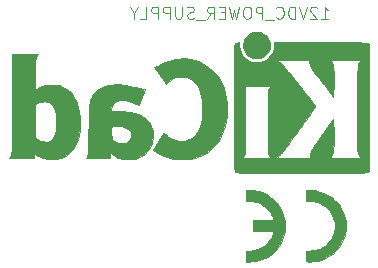
<source format=gbr>
%TF.GenerationSoftware,KiCad,Pcbnew,8.0.7*%
%TF.CreationDate,2025-08-07T00:01:01+05:30*%
%TF.ProjectId,Power_Supply,506f7765-725f-4537-9570-706c792e6b69,rev?*%
%TF.SameCoordinates,Original*%
%TF.FileFunction,Legend,Bot*%
%TF.FilePolarity,Positive*%
%FSLAX46Y46*%
G04 Gerber Fmt 4.6, Leading zero omitted, Abs format (unit mm)*
G04 Created by KiCad (PCBNEW 8.0.7) date 2025-08-07 00:01:01*
%MOMM*%
%LPD*%
G01*
G04 APERTURE LIST*
%ADD10C,0.100000*%
%ADD11C,0.010000*%
G04 APERTURE END LIST*
D10*
X173172306Y-69957419D02*
X173743734Y-69957419D01*
X173458020Y-69957419D02*
X173458020Y-68957419D01*
X173458020Y-68957419D02*
X173553258Y-69100276D01*
X173553258Y-69100276D02*
X173648496Y-69195514D01*
X173648496Y-69195514D02*
X173743734Y-69243133D01*
X172791353Y-69052657D02*
X172743734Y-69005038D01*
X172743734Y-69005038D02*
X172648496Y-68957419D01*
X172648496Y-68957419D02*
X172410401Y-68957419D01*
X172410401Y-68957419D02*
X172315163Y-69005038D01*
X172315163Y-69005038D02*
X172267544Y-69052657D01*
X172267544Y-69052657D02*
X172219925Y-69147895D01*
X172219925Y-69147895D02*
X172219925Y-69243133D01*
X172219925Y-69243133D02*
X172267544Y-69385990D01*
X172267544Y-69385990D02*
X172838972Y-69957419D01*
X172838972Y-69957419D02*
X172219925Y-69957419D01*
X171934210Y-68957419D02*
X171600877Y-69957419D01*
X171600877Y-69957419D02*
X171267544Y-68957419D01*
X170934210Y-69957419D02*
X170934210Y-68957419D01*
X170934210Y-68957419D02*
X170696115Y-68957419D01*
X170696115Y-68957419D02*
X170553258Y-69005038D01*
X170553258Y-69005038D02*
X170458020Y-69100276D01*
X170458020Y-69100276D02*
X170410401Y-69195514D01*
X170410401Y-69195514D02*
X170362782Y-69385990D01*
X170362782Y-69385990D02*
X170362782Y-69528847D01*
X170362782Y-69528847D02*
X170410401Y-69719323D01*
X170410401Y-69719323D02*
X170458020Y-69814561D01*
X170458020Y-69814561D02*
X170553258Y-69909800D01*
X170553258Y-69909800D02*
X170696115Y-69957419D01*
X170696115Y-69957419D02*
X170934210Y-69957419D01*
X169362782Y-69862180D02*
X169410401Y-69909800D01*
X169410401Y-69909800D02*
X169553258Y-69957419D01*
X169553258Y-69957419D02*
X169648496Y-69957419D01*
X169648496Y-69957419D02*
X169791353Y-69909800D01*
X169791353Y-69909800D02*
X169886591Y-69814561D01*
X169886591Y-69814561D02*
X169934210Y-69719323D01*
X169934210Y-69719323D02*
X169981829Y-69528847D01*
X169981829Y-69528847D02*
X169981829Y-69385990D01*
X169981829Y-69385990D02*
X169934210Y-69195514D01*
X169934210Y-69195514D02*
X169886591Y-69100276D01*
X169886591Y-69100276D02*
X169791353Y-69005038D01*
X169791353Y-69005038D02*
X169648496Y-68957419D01*
X169648496Y-68957419D02*
X169553258Y-68957419D01*
X169553258Y-68957419D02*
X169410401Y-69005038D01*
X169410401Y-69005038D02*
X169362782Y-69052657D01*
X169172306Y-70052657D02*
X168410401Y-70052657D01*
X168172305Y-69957419D02*
X168172305Y-68957419D01*
X168172305Y-68957419D02*
X167791353Y-68957419D01*
X167791353Y-68957419D02*
X167696115Y-69005038D01*
X167696115Y-69005038D02*
X167648496Y-69052657D01*
X167648496Y-69052657D02*
X167600877Y-69147895D01*
X167600877Y-69147895D02*
X167600877Y-69290752D01*
X167600877Y-69290752D02*
X167648496Y-69385990D01*
X167648496Y-69385990D02*
X167696115Y-69433609D01*
X167696115Y-69433609D02*
X167791353Y-69481228D01*
X167791353Y-69481228D02*
X168172305Y-69481228D01*
X166981829Y-68957419D02*
X166791353Y-68957419D01*
X166791353Y-68957419D02*
X166696115Y-69005038D01*
X166696115Y-69005038D02*
X166600877Y-69100276D01*
X166600877Y-69100276D02*
X166553258Y-69290752D01*
X166553258Y-69290752D02*
X166553258Y-69624085D01*
X166553258Y-69624085D02*
X166600877Y-69814561D01*
X166600877Y-69814561D02*
X166696115Y-69909800D01*
X166696115Y-69909800D02*
X166791353Y-69957419D01*
X166791353Y-69957419D02*
X166981829Y-69957419D01*
X166981829Y-69957419D02*
X167077067Y-69909800D01*
X167077067Y-69909800D02*
X167172305Y-69814561D01*
X167172305Y-69814561D02*
X167219924Y-69624085D01*
X167219924Y-69624085D02*
X167219924Y-69290752D01*
X167219924Y-69290752D02*
X167172305Y-69100276D01*
X167172305Y-69100276D02*
X167077067Y-69005038D01*
X167077067Y-69005038D02*
X166981829Y-68957419D01*
X166219924Y-68957419D02*
X165981829Y-69957419D01*
X165981829Y-69957419D02*
X165791353Y-69243133D01*
X165791353Y-69243133D02*
X165600877Y-69957419D01*
X165600877Y-69957419D02*
X165362782Y-68957419D01*
X164981829Y-69433609D02*
X164648496Y-69433609D01*
X164505639Y-69957419D02*
X164981829Y-69957419D01*
X164981829Y-69957419D02*
X164981829Y-68957419D01*
X164981829Y-68957419D02*
X164505639Y-68957419D01*
X163505639Y-69957419D02*
X163838972Y-69481228D01*
X164077067Y-69957419D02*
X164077067Y-68957419D01*
X164077067Y-68957419D02*
X163696115Y-68957419D01*
X163696115Y-68957419D02*
X163600877Y-69005038D01*
X163600877Y-69005038D02*
X163553258Y-69052657D01*
X163553258Y-69052657D02*
X163505639Y-69147895D01*
X163505639Y-69147895D02*
X163505639Y-69290752D01*
X163505639Y-69290752D02*
X163553258Y-69385990D01*
X163553258Y-69385990D02*
X163600877Y-69433609D01*
X163600877Y-69433609D02*
X163696115Y-69481228D01*
X163696115Y-69481228D02*
X164077067Y-69481228D01*
X163315163Y-70052657D02*
X162553258Y-70052657D01*
X162362781Y-69909800D02*
X162219924Y-69957419D01*
X162219924Y-69957419D02*
X161981829Y-69957419D01*
X161981829Y-69957419D02*
X161886591Y-69909800D01*
X161886591Y-69909800D02*
X161838972Y-69862180D01*
X161838972Y-69862180D02*
X161791353Y-69766942D01*
X161791353Y-69766942D02*
X161791353Y-69671704D01*
X161791353Y-69671704D02*
X161838972Y-69576466D01*
X161838972Y-69576466D02*
X161886591Y-69528847D01*
X161886591Y-69528847D02*
X161981829Y-69481228D01*
X161981829Y-69481228D02*
X162172305Y-69433609D01*
X162172305Y-69433609D02*
X162267543Y-69385990D01*
X162267543Y-69385990D02*
X162315162Y-69338371D01*
X162315162Y-69338371D02*
X162362781Y-69243133D01*
X162362781Y-69243133D02*
X162362781Y-69147895D01*
X162362781Y-69147895D02*
X162315162Y-69052657D01*
X162315162Y-69052657D02*
X162267543Y-69005038D01*
X162267543Y-69005038D02*
X162172305Y-68957419D01*
X162172305Y-68957419D02*
X161934210Y-68957419D01*
X161934210Y-68957419D02*
X161791353Y-69005038D01*
X161362781Y-68957419D02*
X161362781Y-69766942D01*
X161362781Y-69766942D02*
X161315162Y-69862180D01*
X161315162Y-69862180D02*
X161267543Y-69909800D01*
X161267543Y-69909800D02*
X161172305Y-69957419D01*
X161172305Y-69957419D02*
X160981829Y-69957419D01*
X160981829Y-69957419D02*
X160886591Y-69909800D01*
X160886591Y-69909800D02*
X160838972Y-69862180D01*
X160838972Y-69862180D02*
X160791353Y-69766942D01*
X160791353Y-69766942D02*
X160791353Y-68957419D01*
X160315162Y-69957419D02*
X160315162Y-68957419D01*
X160315162Y-68957419D02*
X159934210Y-68957419D01*
X159934210Y-68957419D02*
X159838972Y-69005038D01*
X159838972Y-69005038D02*
X159791353Y-69052657D01*
X159791353Y-69052657D02*
X159743734Y-69147895D01*
X159743734Y-69147895D02*
X159743734Y-69290752D01*
X159743734Y-69290752D02*
X159791353Y-69385990D01*
X159791353Y-69385990D02*
X159838972Y-69433609D01*
X159838972Y-69433609D02*
X159934210Y-69481228D01*
X159934210Y-69481228D02*
X160315162Y-69481228D01*
X159315162Y-69957419D02*
X159315162Y-68957419D01*
X159315162Y-68957419D02*
X158934210Y-68957419D01*
X158934210Y-68957419D02*
X158838972Y-69005038D01*
X158838972Y-69005038D02*
X158791353Y-69052657D01*
X158791353Y-69052657D02*
X158743734Y-69147895D01*
X158743734Y-69147895D02*
X158743734Y-69290752D01*
X158743734Y-69290752D02*
X158791353Y-69385990D01*
X158791353Y-69385990D02*
X158838972Y-69433609D01*
X158838972Y-69433609D02*
X158934210Y-69481228D01*
X158934210Y-69481228D02*
X159315162Y-69481228D01*
X157838972Y-69957419D02*
X158315162Y-69957419D01*
X158315162Y-69957419D02*
X158315162Y-68957419D01*
X157315162Y-69481228D02*
X157315162Y-69957419D01*
X157648495Y-68957419D02*
X157315162Y-69481228D01*
X157315162Y-69481228D02*
X156981829Y-68957419D01*
D11*
%TO.C,REF\u002A\u002A*%
X172223764Y-84484612D02*
X172312450Y-84486413D01*
X172399419Y-84489212D01*
X172479782Y-84492930D01*
X172548646Y-84497490D01*
X172601120Y-84502813D01*
X172791921Y-84534241D01*
X173065623Y-84601153D01*
X173329787Y-84691971D01*
X173583047Y-84805897D01*
X173824041Y-84942133D01*
X174051402Y-85099882D01*
X174263767Y-85278344D01*
X174459770Y-85476723D01*
X174638048Y-85694218D01*
X174716872Y-85805017D01*
X174864354Y-86045637D01*
X174988081Y-86297714D01*
X175087795Y-86560614D01*
X175163241Y-86833706D01*
X175214162Y-87116354D01*
X175217963Y-87148472D01*
X175225334Y-87242014D01*
X175230066Y-87351854D01*
X175232161Y-87470887D01*
X175231618Y-87592009D01*
X175228437Y-87708118D01*
X175222618Y-87812107D01*
X175214162Y-87896875D01*
X175200945Y-87985709D01*
X175142808Y-88262383D01*
X175060958Y-88529070D01*
X174956385Y-88784573D01*
X174830079Y-89027698D01*
X174683030Y-89257247D01*
X174516227Y-89472026D01*
X174330660Y-89670838D01*
X174127320Y-89852487D01*
X173907195Y-90015777D01*
X173671277Y-90159513D01*
X173420553Y-90282498D01*
X173156016Y-90383536D01*
X173074934Y-90408667D01*
X172947338Y-90443083D01*
X172814872Y-90473706D01*
X172687271Y-90498341D01*
X172574271Y-90514789D01*
X172573762Y-90514847D01*
X172528417Y-90518531D01*
X172465909Y-90521663D01*
X172391083Y-90524197D01*
X172308783Y-90526083D01*
X172223854Y-90527274D01*
X172141142Y-90527723D01*
X172065490Y-90527382D01*
X172001744Y-90526203D01*
X171954749Y-90524138D01*
X171929349Y-90521141D01*
X171899583Y-90513164D01*
X171899583Y-89596186D01*
X172174089Y-89596504D01*
X172229233Y-89596352D01*
X172354742Y-89593680D01*
X172462894Y-89587016D01*
X172560130Y-89575463D01*
X172652893Y-89558129D01*
X172747623Y-89534118D01*
X172850763Y-89502535D01*
X173034252Y-89433336D01*
X173242307Y-89329931D01*
X173435845Y-89205719D01*
X173613579Y-89062168D01*
X173774219Y-88900748D01*
X173916478Y-88722928D01*
X174039069Y-88530177D01*
X174140701Y-88323965D01*
X174220089Y-88105759D01*
X174275943Y-87877031D01*
X174277181Y-87870233D01*
X174289149Y-87780571D01*
X174297116Y-87673837D01*
X174301074Y-87557234D01*
X174301015Y-87437965D01*
X174296934Y-87323234D01*
X174288823Y-87220244D01*
X174276674Y-87136197D01*
X174256515Y-87043629D01*
X174188456Y-86814193D01*
X174097234Y-86596394D01*
X173983527Y-86391520D01*
X173848015Y-86200861D01*
X173691378Y-86025705D01*
X173632099Y-85968408D01*
X173479702Y-85839326D01*
X173317062Y-85727977D01*
X173136511Y-85628879D01*
X173060803Y-85592911D01*
X172878168Y-85518839D01*
X172697580Y-85465075D01*
X172513141Y-85430382D01*
X172318953Y-85413523D01*
X172109119Y-85413259D01*
X171899583Y-85420530D01*
X171899583Y-84500065D01*
X171929349Y-84492088D01*
X171949697Y-84488945D01*
X171996330Y-84485975D01*
X172060813Y-84484315D01*
X172138255Y-84483887D01*
X172223764Y-84484612D01*
G36*
X172223764Y-84484612D02*
G01*
X172312450Y-84486413D01*
X172399419Y-84489212D01*
X172479782Y-84492930D01*
X172548646Y-84497490D01*
X172601120Y-84502813D01*
X172791921Y-84534241D01*
X173065623Y-84601153D01*
X173329787Y-84691971D01*
X173583047Y-84805897D01*
X173824041Y-84942133D01*
X174051402Y-85099882D01*
X174263767Y-85278344D01*
X174459770Y-85476723D01*
X174638048Y-85694218D01*
X174716872Y-85805017D01*
X174864354Y-86045637D01*
X174988081Y-86297714D01*
X175087795Y-86560614D01*
X175163241Y-86833706D01*
X175214162Y-87116354D01*
X175217963Y-87148472D01*
X175225334Y-87242014D01*
X175230066Y-87351854D01*
X175232161Y-87470887D01*
X175231618Y-87592009D01*
X175228437Y-87708118D01*
X175222618Y-87812107D01*
X175214162Y-87896875D01*
X175200945Y-87985709D01*
X175142808Y-88262383D01*
X175060958Y-88529070D01*
X174956385Y-88784573D01*
X174830079Y-89027698D01*
X174683030Y-89257247D01*
X174516227Y-89472026D01*
X174330660Y-89670838D01*
X174127320Y-89852487D01*
X173907195Y-90015777D01*
X173671277Y-90159513D01*
X173420553Y-90282498D01*
X173156016Y-90383536D01*
X173074934Y-90408667D01*
X172947338Y-90443083D01*
X172814872Y-90473706D01*
X172687271Y-90498341D01*
X172574271Y-90514789D01*
X172573762Y-90514847D01*
X172528417Y-90518531D01*
X172465909Y-90521663D01*
X172391083Y-90524197D01*
X172308783Y-90526083D01*
X172223854Y-90527274D01*
X172141142Y-90527723D01*
X172065490Y-90527382D01*
X172001744Y-90526203D01*
X171954749Y-90524138D01*
X171929349Y-90521141D01*
X171899583Y-90513164D01*
X171899583Y-89596186D01*
X172174089Y-89596504D01*
X172229233Y-89596352D01*
X172354742Y-89593680D01*
X172462894Y-89587016D01*
X172560130Y-89575463D01*
X172652893Y-89558129D01*
X172747623Y-89534118D01*
X172850763Y-89502535D01*
X173034252Y-89433336D01*
X173242307Y-89329931D01*
X173435845Y-89205719D01*
X173613579Y-89062168D01*
X173774219Y-88900748D01*
X173916478Y-88722928D01*
X174039069Y-88530177D01*
X174140701Y-88323965D01*
X174220089Y-88105759D01*
X174275943Y-87877031D01*
X174277181Y-87870233D01*
X174289149Y-87780571D01*
X174297116Y-87673837D01*
X174301074Y-87557234D01*
X174301015Y-87437965D01*
X174296934Y-87323234D01*
X174288823Y-87220244D01*
X174276674Y-87136197D01*
X174256515Y-87043629D01*
X174188456Y-86814193D01*
X174097234Y-86596394D01*
X173983527Y-86391520D01*
X173848015Y-86200861D01*
X173691378Y-86025705D01*
X173632099Y-85968408D01*
X173479702Y-85839326D01*
X173317062Y-85727977D01*
X173136511Y-85628879D01*
X173060803Y-85592911D01*
X172878168Y-85518839D01*
X172697580Y-85465075D01*
X172513141Y-85430382D01*
X172318953Y-85413523D01*
X172109119Y-85413259D01*
X171899583Y-85420530D01*
X171899583Y-84500065D01*
X171929349Y-84492088D01*
X171949697Y-84488945D01*
X171996330Y-84485975D01*
X172060813Y-84484315D01*
X172138255Y-84483887D01*
X172223764Y-84484612D01*
G37*
X167047787Y-84484008D02*
X167159313Y-84484968D01*
X167292615Y-84489356D01*
X167412480Y-84497981D01*
X167526300Y-84511592D01*
X167641470Y-84530938D01*
X167765381Y-84556769D01*
X167865691Y-84581267D01*
X168122400Y-84662322D01*
X168372491Y-84767517D01*
X168613515Y-84895325D01*
X168843027Y-85044214D01*
X169058578Y-85212656D01*
X169257720Y-85399121D01*
X169438007Y-85602079D01*
X169441427Y-85606325D01*
X169602924Y-85828177D01*
X169743879Y-86065877D01*
X169863609Y-86317809D01*
X169961431Y-86582354D01*
X170036661Y-86857894D01*
X170088617Y-87142812D01*
X170094662Y-87200752D01*
X170099834Y-87287298D01*
X170102981Y-87387925D01*
X170104105Y-87496009D01*
X170103208Y-87604923D01*
X170100292Y-87708046D01*
X170095359Y-87798751D01*
X170088410Y-87870416D01*
X170085865Y-87889155D01*
X170034588Y-88167092D01*
X169959289Y-88438532D01*
X169860975Y-88701089D01*
X169740652Y-88952378D01*
X169599327Y-89190012D01*
X169438007Y-89411607D01*
X169401460Y-89455859D01*
X169267650Y-89601982D01*
X169116573Y-89746431D01*
X168954786Y-89883545D01*
X168788844Y-90007667D01*
X168625303Y-90113135D01*
X168569501Y-90145068D01*
X168356315Y-90252465D01*
X168130575Y-90345284D01*
X167898614Y-90421376D01*
X167666763Y-90478594D01*
X167441354Y-90514789D01*
X167434289Y-90515526D01*
X167385821Y-90518981D01*
X167317842Y-90522126D01*
X167236109Y-90524766D01*
X167146376Y-90526709D01*
X167054401Y-90527762D01*
X166766667Y-90529479D01*
X166766667Y-89596776D01*
X167054401Y-89596799D01*
X167125141Y-89596664D01*
X167210832Y-89595769D01*
X167279119Y-89593702D01*
X167335391Y-89590078D01*
X167385042Y-89584513D01*
X167433462Y-89576622D01*
X167486044Y-89566021D01*
X167491745Y-89564794D01*
X167725262Y-89501206D01*
X167946309Y-89414624D01*
X168153891Y-89305719D01*
X168347010Y-89175163D01*
X168524667Y-89023630D01*
X168685866Y-88851791D01*
X168829608Y-88660319D01*
X168839064Y-88645967D01*
X168895440Y-88551569D01*
X168951718Y-88443892D01*
X169004815Y-88329878D01*
X169051648Y-88216469D01*
X169089136Y-88110611D01*
X169114196Y-88019244D01*
X169123561Y-87976250D01*
X167361979Y-87976250D01*
X167361979Y-87036979D01*
X169123561Y-87036979D01*
X169114196Y-86993984D01*
X169108102Y-86968388D01*
X169080625Y-86877488D01*
X169042318Y-86773702D01*
X168996164Y-86663866D01*
X168945145Y-86554820D01*
X168892244Y-86453402D01*
X168840446Y-86366449D01*
X168815807Y-86329379D01*
X168675547Y-86146430D01*
X168515951Y-85980418D01*
X168338780Y-85832544D01*
X168145799Y-85704009D01*
X167938768Y-85596012D01*
X167719451Y-85509754D01*
X167489611Y-85446436D01*
X167455711Y-85439308D01*
X167409012Y-85431008D01*
X167361524Y-85424996D01*
X167308112Y-85420914D01*
X167243645Y-85418408D01*
X167162990Y-85417120D01*
X167061015Y-85416695D01*
X166766665Y-85416406D01*
X166766667Y-84483750D01*
X167047787Y-84484008D01*
G36*
X167047787Y-84484008D02*
G01*
X167159313Y-84484968D01*
X167292615Y-84489356D01*
X167412480Y-84497981D01*
X167526300Y-84511592D01*
X167641470Y-84530938D01*
X167765381Y-84556769D01*
X167865691Y-84581267D01*
X168122400Y-84662322D01*
X168372491Y-84767517D01*
X168613515Y-84895325D01*
X168843027Y-85044214D01*
X169058578Y-85212656D01*
X169257720Y-85399121D01*
X169438007Y-85602079D01*
X169441427Y-85606325D01*
X169602924Y-85828177D01*
X169743879Y-86065877D01*
X169863609Y-86317809D01*
X169961431Y-86582354D01*
X170036661Y-86857894D01*
X170088617Y-87142812D01*
X170094662Y-87200752D01*
X170099834Y-87287298D01*
X170102981Y-87387925D01*
X170104105Y-87496009D01*
X170103208Y-87604923D01*
X170100292Y-87708046D01*
X170095359Y-87798751D01*
X170088410Y-87870416D01*
X170085865Y-87889155D01*
X170034588Y-88167092D01*
X169959289Y-88438532D01*
X169860975Y-88701089D01*
X169740652Y-88952378D01*
X169599327Y-89190012D01*
X169438007Y-89411607D01*
X169401460Y-89455859D01*
X169267650Y-89601982D01*
X169116573Y-89746431D01*
X168954786Y-89883545D01*
X168788844Y-90007667D01*
X168625303Y-90113135D01*
X168569501Y-90145068D01*
X168356315Y-90252465D01*
X168130575Y-90345284D01*
X167898614Y-90421376D01*
X167666763Y-90478594D01*
X167441354Y-90514789D01*
X167434289Y-90515526D01*
X167385821Y-90518981D01*
X167317842Y-90522126D01*
X167236109Y-90524766D01*
X167146376Y-90526709D01*
X167054401Y-90527762D01*
X166766667Y-90529479D01*
X166766667Y-89596776D01*
X167054401Y-89596799D01*
X167125141Y-89596664D01*
X167210832Y-89595769D01*
X167279119Y-89593702D01*
X167335391Y-89590078D01*
X167385042Y-89584513D01*
X167433462Y-89576622D01*
X167486044Y-89566021D01*
X167491745Y-89564794D01*
X167725262Y-89501206D01*
X167946309Y-89414624D01*
X168153891Y-89305719D01*
X168347010Y-89175163D01*
X168524667Y-89023630D01*
X168685866Y-88851791D01*
X168829608Y-88660319D01*
X168839064Y-88645967D01*
X168895440Y-88551569D01*
X168951718Y-88443892D01*
X169004815Y-88329878D01*
X169051648Y-88216469D01*
X169089136Y-88110611D01*
X169114196Y-88019244D01*
X169123561Y-87976250D01*
X167361979Y-87976250D01*
X167361979Y-87036979D01*
X169123561Y-87036979D01*
X169114196Y-86993984D01*
X169108102Y-86968388D01*
X169080625Y-86877488D01*
X169042318Y-86773702D01*
X168996164Y-86663866D01*
X168945145Y-86554820D01*
X168892244Y-86453402D01*
X168840446Y-86366449D01*
X168815807Y-86329379D01*
X168675547Y-86146430D01*
X168515951Y-85980418D01*
X168338780Y-85832544D01*
X168145799Y-85704009D01*
X167938768Y-85596012D01*
X167719451Y-85509754D01*
X167489611Y-85446436D01*
X167455711Y-85439308D01*
X167409012Y-85431008D01*
X167361524Y-85424996D01*
X167308112Y-85420914D01*
X167243645Y-85418408D01*
X167162990Y-85417120D01*
X167061015Y-85416695D01*
X166766665Y-85416406D01*
X166766667Y-84483750D01*
X167047787Y-84484008D01*
G37*
X167850400Y-71085134D02*
X168060313Y-71136566D01*
X168259287Y-71228876D01*
X168441052Y-71362080D01*
X168599338Y-71536190D01*
X168727873Y-71751223D01*
X168762333Y-71826974D01*
X168790250Y-71903753D01*
X168805914Y-71980509D01*
X168812780Y-72075448D01*
X168814302Y-72206774D01*
X168813382Y-72316080D01*
X168807839Y-72416535D01*
X168794249Y-72494910D01*
X168769217Y-72569205D01*
X168729352Y-72657419D01*
X168717820Y-72680927D01*
X168581515Y-72896183D01*
X168410081Y-73073290D01*
X168208385Y-73208091D01*
X167981291Y-73296430D01*
X167864767Y-73321082D01*
X167628375Y-73332617D01*
X167399414Y-73295292D01*
X167184598Y-73212933D01*
X166990642Y-73089367D01*
X166824258Y-72928422D01*
X166692162Y-72733924D01*
X166601067Y-72509699D01*
X166567738Y-72326205D01*
X166564735Y-72123711D01*
X166591842Y-71926743D01*
X166647768Y-71756129D01*
X166712387Y-71634151D01*
X166856243Y-71440625D01*
X167026785Y-71287889D01*
X167217742Y-71175957D01*
X167422844Y-71104844D01*
X167635821Y-71074565D01*
X167850400Y-71085134D01*
G36*
X167850400Y-71085134D02*
G01*
X168060313Y-71136566D01*
X168259287Y-71228876D01*
X168441052Y-71362080D01*
X168599338Y-71536190D01*
X168727873Y-71751223D01*
X168762333Y-71826974D01*
X168790250Y-71903753D01*
X168805914Y-71980509D01*
X168812780Y-72075448D01*
X168814302Y-72206774D01*
X168813382Y-72316080D01*
X168807839Y-72416535D01*
X168794249Y-72494910D01*
X168769217Y-72569205D01*
X168729352Y-72657419D01*
X168717820Y-72680927D01*
X168581515Y-72896183D01*
X168410081Y-73073290D01*
X168208385Y-73208091D01*
X167981291Y-73296430D01*
X167864767Y-73321082D01*
X167628375Y-73332617D01*
X167399414Y-73295292D01*
X167184598Y-73212933D01*
X166990642Y-73089367D01*
X166824258Y-72928422D01*
X166692162Y-72733924D01*
X166601067Y-72509699D01*
X166567738Y-72326205D01*
X166564735Y-72123711D01*
X166591842Y-71926743D01*
X166647768Y-71756129D01*
X166712387Y-71634151D01*
X166856243Y-71440625D01*
X167026785Y-71287889D01*
X167217742Y-71175957D01*
X167422844Y-71104844D01*
X167635821Y-71074565D01*
X167850400Y-71085134D01*
G37*
X161659535Y-73335960D02*
X162026552Y-73369653D01*
X162367511Y-73437603D01*
X162695096Y-73542670D01*
X163021987Y-73687714D01*
X163345574Y-73872904D01*
X163692846Y-74125366D01*
X164014885Y-74417260D01*
X164304598Y-74741360D01*
X164554894Y-75090440D01*
X164758683Y-75457275D01*
X164777181Y-75496518D01*
X164932097Y-75875304D01*
X165049811Y-76268905D01*
X165131844Y-76684842D01*
X165179717Y-77130634D01*
X165194951Y-77613799D01*
X165176428Y-78113267D01*
X165117636Y-78605146D01*
X165017662Y-79065600D01*
X164875611Y-79497895D01*
X164690589Y-79905298D01*
X164461701Y-80291075D01*
X164246700Y-80585805D01*
X163949828Y-80917424D01*
X163626252Y-81201466D01*
X163276112Y-81437839D01*
X162899551Y-81626449D01*
X162496709Y-81767205D01*
X162067730Y-81860012D01*
X162062834Y-81860735D01*
X161980223Y-81867984D01*
X161855557Y-81873360D01*
X161700367Y-81876614D01*
X161526177Y-81877494D01*
X161344517Y-81875749D01*
X161217199Y-81873192D01*
X161028297Y-81867270D01*
X160876927Y-81858791D01*
X160752168Y-81846851D01*
X160643105Y-81830546D01*
X160538818Y-81808969D01*
X160421487Y-81781086D01*
X160299074Y-81749333D01*
X160188364Y-81716023D01*
X160079309Y-81677253D01*
X159961861Y-81629122D01*
X159825973Y-81567729D01*
X159661596Y-81489172D01*
X159458683Y-81389549D01*
X158897474Y-81112201D01*
X159346967Y-80373896D01*
X159405814Y-80277265D01*
X159511538Y-80103800D01*
X159606167Y-79948721D01*
X159686243Y-79817685D01*
X159748308Y-79716348D01*
X159788903Y-79650367D01*
X159804570Y-79625398D01*
X159808928Y-79626144D01*
X159844030Y-79650579D01*
X159905699Y-79701291D01*
X159984191Y-79770412D01*
X160123980Y-79889837D01*
X160373534Y-80066436D01*
X160615660Y-80189547D01*
X160790627Y-80251026D01*
X161086571Y-80313857D01*
X161377344Y-80324994D01*
X161658730Y-80285195D01*
X161926512Y-80195220D01*
X162176475Y-80055828D01*
X162404400Y-79867775D01*
X162531226Y-79729268D01*
X162709897Y-79473078D01*
X162856505Y-79175783D01*
X162971749Y-78835860D01*
X163056333Y-78451786D01*
X163060170Y-78427943D01*
X163077899Y-78273402D01*
X163091097Y-78081389D01*
X163099657Y-77865022D01*
X163103473Y-77637422D01*
X163102437Y-77411709D01*
X163096444Y-77201004D01*
X163085386Y-77018426D01*
X163069155Y-76877097D01*
X163006946Y-76556955D01*
X162902271Y-76182987D01*
X162770625Y-75855584D01*
X162612184Y-75574999D01*
X162427124Y-75341485D01*
X162215622Y-75155296D01*
X161977853Y-75016685D01*
X161713993Y-74925905D01*
X161655452Y-74914638D01*
X161508744Y-74899926D01*
X161337293Y-74895124D01*
X161160307Y-74899967D01*
X160996993Y-74914193D01*
X160866560Y-74937537D01*
X160649274Y-75011868D01*
X160397118Y-75147568D01*
X160172594Y-75326147D01*
X160132966Y-75363765D01*
X160061161Y-75430320D01*
X160010412Y-75475117D01*
X159989795Y-75490018D01*
X159984719Y-75482891D01*
X159953475Y-75437890D01*
X159897031Y-75356178D01*
X159819117Y-75243168D01*
X159723461Y-75104270D01*
X159613794Y-74944895D01*
X159493845Y-74770453D01*
X159003226Y-74056714D01*
X159112827Y-74023876D01*
X159124264Y-74020155D01*
X159198713Y-73990599D01*
X159306049Y-73942939D01*
X159433676Y-73882910D01*
X159568999Y-73816243D01*
X159627966Y-73786767D01*
X159955404Y-73634593D01*
X160257200Y-73516917D01*
X160544961Y-73430729D01*
X160830294Y-73373019D01*
X161124807Y-73340777D01*
X161440108Y-73330992D01*
X161659535Y-73335960D01*
G36*
X161659535Y-73335960D02*
G01*
X162026552Y-73369653D01*
X162367511Y-73437603D01*
X162695096Y-73542670D01*
X163021987Y-73687714D01*
X163345574Y-73872904D01*
X163692846Y-74125366D01*
X164014885Y-74417260D01*
X164304598Y-74741360D01*
X164554894Y-75090440D01*
X164758683Y-75457275D01*
X164777181Y-75496518D01*
X164932097Y-75875304D01*
X165049811Y-76268905D01*
X165131844Y-76684842D01*
X165179717Y-77130634D01*
X165194951Y-77613799D01*
X165176428Y-78113267D01*
X165117636Y-78605146D01*
X165017662Y-79065600D01*
X164875611Y-79497895D01*
X164690589Y-79905298D01*
X164461701Y-80291075D01*
X164246700Y-80585805D01*
X163949828Y-80917424D01*
X163626252Y-81201466D01*
X163276112Y-81437839D01*
X162899551Y-81626449D01*
X162496709Y-81767205D01*
X162067730Y-81860012D01*
X162062834Y-81860735D01*
X161980223Y-81867984D01*
X161855557Y-81873360D01*
X161700367Y-81876614D01*
X161526177Y-81877494D01*
X161344517Y-81875749D01*
X161217199Y-81873192D01*
X161028297Y-81867270D01*
X160876927Y-81858791D01*
X160752168Y-81846851D01*
X160643105Y-81830546D01*
X160538818Y-81808969D01*
X160421487Y-81781086D01*
X160299074Y-81749333D01*
X160188364Y-81716023D01*
X160079309Y-81677253D01*
X159961861Y-81629122D01*
X159825973Y-81567729D01*
X159661596Y-81489172D01*
X159458683Y-81389549D01*
X158897474Y-81112201D01*
X159346967Y-80373896D01*
X159405814Y-80277265D01*
X159511538Y-80103800D01*
X159606167Y-79948721D01*
X159686243Y-79817685D01*
X159748308Y-79716348D01*
X159788903Y-79650367D01*
X159804570Y-79625398D01*
X159808928Y-79626144D01*
X159844030Y-79650579D01*
X159905699Y-79701291D01*
X159984191Y-79770412D01*
X160123980Y-79889837D01*
X160373534Y-80066436D01*
X160615660Y-80189547D01*
X160790627Y-80251026D01*
X161086571Y-80313857D01*
X161377344Y-80324994D01*
X161658730Y-80285195D01*
X161926512Y-80195220D01*
X162176475Y-80055828D01*
X162404400Y-79867775D01*
X162531226Y-79729268D01*
X162709897Y-79473078D01*
X162856505Y-79175783D01*
X162971749Y-78835860D01*
X163056333Y-78451786D01*
X163060170Y-78427943D01*
X163077899Y-78273402D01*
X163091097Y-78081389D01*
X163099657Y-77865022D01*
X163103473Y-77637422D01*
X163102437Y-77411709D01*
X163096444Y-77201004D01*
X163085386Y-77018426D01*
X163069155Y-76877097D01*
X163006946Y-76556955D01*
X162902271Y-76182987D01*
X162770625Y-75855584D01*
X162612184Y-75574999D01*
X162427124Y-75341485D01*
X162215622Y-75155296D01*
X161977853Y-75016685D01*
X161713993Y-74925905D01*
X161655452Y-74914638D01*
X161508744Y-74899926D01*
X161337293Y-74895124D01*
X161160307Y-74899967D01*
X160996993Y-74914193D01*
X160866560Y-74937537D01*
X160649274Y-75011868D01*
X160397118Y-75147568D01*
X160172594Y-75326147D01*
X160132966Y-75363765D01*
X160061161Y-75430320D01*
X160010412Y-75475117D01*
X159989795Y-75490018D01*
X159984719Y-75482891D01*
X159953475Y-75437890D01*
X159897031Y-75356178D01*
X159819117Y-75243168D01*
X159723461Y-75104270D01*
X159613794Y-74944895D01*
X159493845Y-74770453D01*
X159003226Y-74056714D01*
X159112827Y-74023876D01*
X159124264Y-74020155D01*
X159198713Y-73990599D01*
X159306049Y-73942939D01*
X159433676Y-73882910D01*
X159568999Y-73816243D01*
X159627966Y-73786767D01*
X159955404Y-73634593D01*
X160257200Y-73516917D01*
X160544961Y-73430729D01*
X160830294Y-73373019D01*
X161124807Y-73340777D01*
X161440108Y-73330992D01*
X161659535Y-73335960D01*
G37*
X152737577Y-79027045D02*
X152731782Y-79279791D01*
X152715211Y-79502690D01*
X152686582Y-79707867D01*
X152644611Y-79907445D01*
X152588016Y-80113548D01*
X152502194Y-80359904D01*
X152344570Y-80692472D01*
X152151222Y-80990351D01*
X151925108Y-81250726D01*
X151669186Y-81470780D01*
X151386413Y-81647700D01*
X151079747Y-81778669D01*
X150752147Y-81860873D01*
X150748205Y-81861532D01*
X150508789Y-81884569D01*
X150245734Y-81881494D01*
X149977793Y-81854204D01*
X149723726Y-81804595D01*
X149502287Y-81734561D01*
X149407769Y-81691943D01*
X149284669Y-81627167D01*
X149158175Y-81553080D01*
X149041487Y-81477837D01*
X148947803Y-81409591D01*
X148890323Y-81356498D01*
X148877128Y-81341922D01*
X148861397Y-81336827D01*
X148850883Y-81362122D01*
X148843135Y-81425873D01*
X148835699Y-81536142D01*
X148822044Y-81765914D01*
X147776024Y-81773068D01*
X146730004Y-81780221D01*
X146802381Y-81656720D01*
X146806695Y-81649418D01*
X146827742Y-81615141D01*
X146846835Y-81584604D01*
X146864077Y-81555156D01*
X146879572Y-81524143D01*
X146893421Y-81488912D01*
X146905728Y-81446811D01*
X146916595Y-81395187D01*
X146926125Y-81331386D01*
X146934420Y-81252756D01*
X146941584Y-81156644D01*
X146947720Y-81040398D01*
X146952929Y-80901363D01*
X146957315Y-80736887D01*
X146960980Y-80544318D01*
X146964028Y-80321002D01*
X146966560Y-80064286D01*
X146968680Y-79771519D01*
X146970491Y-79440045D01*
X146972094Y-79067214D01*
X146973594Y-78650371D01*
X146975092Y-78186864D01*
X146976692Y-77674041D01*
X146978101Y-77232706D01*
X148958603Y-77232706D01*
X148958603Y-80071805D01*
X149095162Y-80161376D01*
X149147677Y-80193643D01*
X149267925Y-80258102D01*
X149381936Y-80309433D01*
X149431866Y-80326813D01*
X149590739Y-80361510D01*
X149791613Y-80379228D01*
X149893758Y-80382915D01*
X149988573Y-80382077D01*
X150059153Y-80372607D01*
X150122460Y-80351909D01*
X150195454Y-80317385D01*
X150335734Y-80224906D01*
X150457262Y-80094086D01*
X150554542Y-79925502D01*
X150628497Y-79716510D01*
X150680054Y-79464467D01*
X150710138Y-79166732D01*
X150719675Y-78820662D01*
X150719211Y-78741984D01*
X150705500Y-78377441D01*
X150672207Y-78060239D01*
X150618523Y-77787031D01*
X150543636Y-77554471D01*
X150446738Y-77359211D01*
X150327019Y-77197906D01*
X150277351Y-77148676D01*
X150123423Y-77046113D01*
X149942727Y-76983701D01*
X149743091Y-76961796D01*
X149532342Y-76980751D01*
X149318308Y-77040923D01*
X149108818Y-77142665D01*
X148958603Y-77232706D01*
X146978101Y-77232706D01*
X146978495Y-77109247D01*
X146992151Y-72944193D01*
X148077796Y-72937052D01*
X148156746Y-72936571D01*
X148389033Y-72935618D01*
X148601494Y-72935424D01*
X148788331Y-72935951D01*
X148943743Y-72937158D01*
X149061931Y-72939006D01*
X149137097Y-72941455D01*
X149163441Y-72944466D01*
X149160071Y-72954008D01*
X149134929Y-72999245D01*
X149093287Y-73065031D01*
X149089133Y-73071321D01*
X149056846Y-73122115D01*
X149029775Y-73171536D01*
X149007461Y-73224674D01*
X148989445Y-73286620D01*
X148975267Y-73362465D01*
X148964469Y-73457299D01*
X148956591Y-73576212D01*
X148951175Y-73724296D01*
X148947762Y-73906641D01*
X148945892Y-74128337D01*
X148945106Y-74394476D01*
X148944947Y-74710147D01*
X148945233Y-74956607D01*
X148946109Y-75198574D01*
X148947512Y-75417973D01*
X148949379Y-75609462D01*
X148951645Y-75767698D01*
X148954247Y-75887339D01*
X148957121Y-75963041D01*
X148960204Y-75989462D01*
X148970147Y-75985361D01*
X149013856Y-75956484D01*
X149076279Y-75909058D01*
X149166776Y-75845280D01*
X149336805Y-75751307D01*
X149531143Y-75667482D01*
X149731648Y-75602295D01*
X149900108Y-75569055D01*
X150109916Y-75547866D01*
X150336986Y-75540525D01*
X150563795Y-75547041D01*
X150772822Y-75567422D01*
X150946541Y-75601678D01*
X151123426Y-75659382D01*
X151418513Y-75799268D01*
X151691741Y-75985237D01*
X151938070Y-76213007D01*
X152152460Y-76478296D01*
X152329869Y-76776822D01*
X152373913Y-76868363D01*
X152497339Y-77177137D01*
X152593836Y-77512257D01*
X152664622Y-77879628D01*
X152710918Y-78285158D01*
X152733942Y-78734756D01*
X152735011Y-78820662D01*
X152737577Y-79027045D01*
G36*
X152737577Y-79027045D02*
G01*
X152731782Y-79279791D01*
X152715211Y-79502690D01*
X152686582Y-79707867D01*
X152644611Y-79907445D01*
X152588016Y-80113548D01*
X152502194Y-80359904D01*
X152344570Y-80692472D01*
X152151222Y-80990351D01*
X151925108Y-81250726D01*
X151669186Y-81470780D01*
X151386413Y-81647700D01*
X151079747Y-81778669D01*
X150752147Y-81860873D01*
X150748205Y-81861532D01*
X150508789Y-81884569D01*
X150245734Y-81881494D01*
X149977793Y-81854204D01*
X149723726Y-81804595D01*
X149502287Y-81734561D01*
X149407769Y-81691943D01*
X149284669Y-81627167D01*
X149158175Y-81553080D01*
X149041487Y-81477837D01*
X148947803Y-81409591D01*
X148890323Y-81356498D01*
X148877128Y-81341922D01*
X148861397Y-81336827D01*
X148850883Y-81362122D01*
X148843135Y-81425873D01*
X148835699Y-81536142D01*
X148822044Y-81765914D01*
X147776024Y-81773068D01*
X146730004Y-81780221D01*
X146802381Y-81656720D01*
X146806695Y-81649418D01*
X146827742Y-81615141D01*
X146846835Y-81584604D01*
X146864077Y-81555156D01*
X146879572Y-81524143D01*
X146893421Y-81488912D01*
X146905728Y-81446811D01*
X146916595Y-81395187D01*
X146926125Y-81331386D01*
X146934420Y-81252756D01*
X146941584Y-81156644D01*
X146947720Y-81040398D01*
X146952929Y-80901363D01*
X146957315Y-80736887D01*
X146960980Y-80544318D01*
X146964028Y-80321002D01*
X146966560Y-80064286D01*
X146968680Y-79771519D01*
X146970491Y-79440045D01*
X146972094Y-79067214D01*
X146973594Y-78650371D01*
X146975092Y-78186864D01*
X146976692Y-77674041D01*
X146978101Y-77232706D01*
X148958603Y-77232706D01*
X148958603Y-80071805D01*
X149095162Y-80161376D01*
X149147677Y-80193643D01*
X149267925Y-80258102D01*
X149381936Y-80309433D01*
X149431866Y-80326813D01*
X149590739Y-80361510D01*
X149791613Y-80379228D01*
X149893758Y-80382915D01*
X149988573Y-80382077D01*
X150059153Y-80372607D01*
X150122460Y-80351909D01*
X150195454Y-80317385D01*
X150335734Y-80224906D01*
X150457262Y-80094086D01*
X150554542Y-79925502D01*
X150628497Y-79716510D01*
X150680054Y-79464467D01*
X150710138Y-79166732D01*
X150719675Y-78820662D01*
X150719211Y-78741984D01*
X150705500Y-78377441D01*
X150672207Y-78060239D01*
X150618523Y-77787031D01*
X150543636Y-77554471D01*
X150446738Y-77359211D01*
X150327019Y-77197906D01*
X150277351Y-77148676D01*
X150123423Y-77046113D01*
X149942727Y-76983701D01*
X149743091Y-76961796D01*
X149532342Y-76980751D01*
X149318308Y-77040923D01*
X149108818Y-77142665D01*
X148958603Y-77232706D01*
X146978101Y-77232706D01*
X146978495Y-77109247D01*
X146992151Y-72944193D01*
X148077796Y-72937052D01*
X148156746Y-72936571D01*
X148389033Y-72935618D01*
X148601494Y-72935424D01*
X148788331Y-72935951D01*
X148943743Y-72937158D01*
X149061931Y-72939006D01*
X149137097Y-72941455D01*
X149163441Y-72944466D01*
X149160071Y-72954008D01*
X149134929Y-72999245D01*
X149093287Y-73065031D01*
X149089133Y-73071321D01*
X149056846Y-73122115D01*
X149029775Y-73171536D01*
X149007461Y-73224674D01*
X148989445Y-73286620D01*
X148975267Y-73362465D01*
X148964469Y-73457299D01*
X148956591Y-73576212D01*
X148951175Y-73724296D01*
X148947762Y-73906641D01*
X148945892Y-74128337D01*
X148945106Y-74394476D01*
X148944947Y-74710147D01*
X148945233Y-74956607D01*
X148946109Y-75198574D01*
X148947512Y-75417973D01*
X148949379Y-75609462D01*
X148951645Y-75767698D01*
X148954247Y-75887339D01*
X148957121Y-75963041D01*
X148960204Y-75989462D01*
X148970147Y-75985361D01*
X149013856Y-75956484D01*
X149076279Y-75909058D01*
X149166776Y-75845280D01*
X149336805Y-75751307D01*
X149531143Y-75667482D01*
X149731648Y-75602295D01*
X149900108Y-75569055D01*
X150109916Y-75547866D01*
X150336986Y-75540525D01*
X150563795Y-75547041D01*
X150772822Y-75567422D01*
X150946541Y-75601678D01*
X151123426Y-75659382D01*
X151418513Y-75799268D01*
X151691741Y-75985237D01*
X151938070Y-76213007D01*
X152152460Y-76478296D01*
X152329869Y-76776822D01*
X152373913Y-76868363D01*
X152497339Y-77177137D01*
X152593836Y-77512257D01*
X152664622Y-77879628D01*
X152710918Y-78285158D01*
X152733942Y-78734756D01*
X152735011Y-78820662D01*
X152737577Y-79027045D01*
G37*
X158910953Y-79886464D02*
X158898687Y-80106678D01*
X158872177Y-80311576D01*
X158832175Y-80482258D01*
X158768347Y-80657864D01*
X158620394Y-80947261D01*
X158431279Y-81201876D01*
X158202961Y-81419974D01*
X157937397Y-81599819D01*
X157636546Y-81739676D01*
X157302366Y-81837811D01*
X157166096Y-81859945D01*
X156971368Y-81875327D01*
X156759296Y-81878787D01*
X156547603Y-81870602D01*
X156354009Y-81851051D01*
X156196237Y-81820414D01*
X156116957Y-81796293D01*
X155936900Y-81725706D01*
X155753867Y-81636089D01*
X155586743Y-81537160D01*
X155454411Y-81438638D01*
X155452785Y-81437216D01*
X155380269Y-81375731D01*
X155324477Y-81331950D01*
X155297368Y-81315269D01*
X155294404Y-81319251D01*
X155287698Y-81362271D01*
X155283037Y-81442507D01*
X155281291Y-81547419D01*
X155281291Y-81779570D01*
X154257097Y-81779570D01*
X154229833Y-81779565D01*
X154001168Y-81779165D01*
X153791300Y-81778170D01*
X153606200Y-81776653D01*
X153451839Y-81774689D01*
X153334189Y-81772351D01*
X153259220Y-81769715D01*
X153232904Y-81766854D01*
X153233517Y-81764354D01*
X153250734Y-81727448D01*
X153286825Y-81658111D01*
X153335323Y-81568843D01*
X153437742Y-81383548D01*
X153452760Y-79554155D01*
X155390538Y-79554155D01*
X155391300Y-79698692D01*
X155394991Y-79850560D01*
X155402222Y-79960333D01*
X155413519Y-80035157D01*
X155429409Y-80082181D01*
X155449849Y-80115760D01*
X155526825Y-80207295D01*
X155629963Y-80302589D01*
X155743005Y-80387496D01*
X155849694Y-80447869D01*
X155908888Y-80470021D01*
X156045186Y-80499514D01*
X156223202Y-80514593D01*
X156410887Y-80512309D01*
X156589115Y-80481294D01*
X156737880Y-80417221D01*
X156866589Y-80317203D01*
X156902796Y-80280208D01*
X156997065Y-80154042D01*
X157048070Y-80018053D01*
X157063388Y-79854420D01*
X157059238Y-79767972D01*
X157018199Y-79590010D01*
X156931986Y-79437262D01*
X156799027Y-79308010D01*
X156617754Y-79200535D01*
X156386598Y-79113118D01*
X156293409Y-79090177D01*
X156180593Y-79074469D01*
X156038614Y-79065746D01*
X155854839Y-79062813D01*
X155824986Y-79062815D01*
X155687500Y-79064493D01*
X155569400Y-79068550D01*
X155482430Y-79074453D01*
X155438334Y-79081670D01*
X155433260Y-79084013D01*
X155416854Y-79098726D01*
X155405235Y-79128292D01*
X155397598Y-79180666D01*
X155393140Y-79263799D01*
X155391054Y-79385644D01*
X155390538Y-79554155D01*
X153452760Y-79554155D01*
X153453549Y-79458064D01*
X153455898Y-79177618D01*
X153459185Y-78819947D01*
X153462635Y-78509437D01*
X153466527Y-78241698D01*
X153471139Y-78012336D01*
X153476752Y-77816962D01*
X153483642Y-77651183D01*
X153492089Y-77510609D01*
X153502373Y-77390847D01*
X153514770Y-77287508D01*
X153529561Y-77196199D01*
X153547023Y-77112529D01*
X153567436Y-77032107D01*
X153591079Y-76950541D01*
X153618229Y-76863441D01*
X153725189Y-76590384D01*
X153871666Y-76338022D01*
X154054084Y-76121962D01*
X154274112Y-75941072D01*
X154533420Y-75794222D01*
X154833679Y-75680283D01*
X155176558Y-75598122D01*
X155563728Y-75546611D01*
X155699049Y-75536368D01*
X155926951Y-75528878D01*
X156152838Y-75535623D01*
X156387285Y-75557738D01*
X156640868Y-75596362D01*
X156924162Y-75652631D01*
X157247742Y-75727683D01*
X157322537Y-75745842D01*
X157510367Y-75790528D01*
X157688392Y-75831673D01*
X157845817Y-75866847D01*
X157971846Y-75893619D01*
X158055681Y-75909559D01*
X158249103Y-75941328D01*
X157977176Y-76600395D01*
X157909158Y-76764949D01*
X157842243Y-76926190D01*
X157784830Y-77063855D01*
X157739738Y-77171210D01*
X157709785Y-77241518D01*
X157697789Y-77268043D01*
X157695903Y-77268423D01*
X157661142Y-77256580D01*
X157592789Y-77226231D01*
X157503176Y-77182778D01*
X157316918Y-77098155D01*
X157060615Y-77005629D01*
X156798290Y-76934772D01*
X156540200Y-76887363D01*
X156296606Y-76865183D01*
X156077765Y-76870010D01*
X155893936Y-76903624D01*
X155765636Y-76956960D01*
X155619927Y-77066262D01*
X155507759Y-77214543D01*
X155432343Y-77397243D01*
X155396891Y-77609798D01*
X155384406Y-77805699D01*
X156036128Y-77807483D01*
X156255913Y-77809326D01*
X156499011Y-77815871D01*
X156706683Y-77828224D01*
X156889671Y-77847585D01*
X157058718Y-77875155D01*
X157224566Y-77912136D01*
X157397957Y-77959727D01*
X157657393Y-78050314D01*
X157962543Y-78199492D01*
X158230352Y-78382221D01*
X158458177Y-78595932D01*
X158643377Y-78838054D01*
X158783310Y-79106017D01*
X158875336Y-79397252D01*
X158889748Y-79475689D01*
X158908224Y-79669834D01*
X158910550Y-79854420D01*
X158910953Y-79886464D01*
G36*
X158910953Y-79886464D02*
G01*
X158898687Y-80106678D01*
X158872177Y-80311576D01*
X158832175Y-80482258D01*
X158768347Y-80657864D01*
X158620394Y-80947261D01*
X158431279Y-81201876D01*
X158202961Y-81419974D01*
X157937397Y-81599819D01*
X157636546Y-81739676D01*
X157302366Y-81837811D01*
X157166096Y-81859945D01*
X156971368Y-81875327D01*
X156759296Y-81878787D01*
X156547603Y-81870602D01*
X156354009Y-81851051D01*
X156196237Y-81820414D01*
X156116957Y-81796293D01*
X155936900Y-81725706D01*
X155753867Y-81636089D01*
X155586743Y-81537160D01*
X155454411Y-81438638D01*
X155452785Y-81437216D01*
X155380269Y-81375731D01*
X155324477Y-81331950D01*
X155297368Y-81315269D01*
X155294404Y-81319251D01*
X155287698Y-81362271D01*
X155283037Y-81442507D01*
X155281291Y-81547419D01*
X155281291Y-81779570D01*
X154257097Y-81779570D01*
X154229833Y-81779565D01*
X154001168Y-81779165D01*
X153791300Y-81778170D01*
X153606200Y-81776653D01*
X153451839Y-81774689D01*
X153334189Y-81772351D01*
X153259220Y-81769715D01*
X153232904Y-81766854D01*
X153233517Y-81764354D01*
X153250734Y-81727448D01*
X153286825Y-81658111D01*
X153335323Y-81568843D01*
X153437742Y-81383548D01*
X153452760Y-79554155D01*
X155390538Y-79554155D01*
X155391300Y-79698692D01*
X155394991Y-79850560D01*
X155402222Y-79960333D01*
X155413519Y-80035157D01*
X155429409Y-80082181D01*
X155449849Y-80115760D01*
X155526825Y-80207295D01*
X155629963Y-80302589D01*
X155743005Y-80387496D01*
X155849694Y-80447869D01*
X155908888Y-80470021D01*
X156045186Y-80499514D01*
X156223202Y-80514593D01*
X156410887Y-80512309D01*
X156589115Y-80481294D01*
X156737880Y-80417221D01*
X156866589Y-80317203D01*
X156902796Y-80280208D01*
X156997065Y-80154042D01*
X157048070Y-80018053D01*
X157063388Y-79854420D01*
X157059238Y-79767972D01*
X157018199Y-79590010D01*
X156931986Y-79437262D01*
X156799027Y-79308010D01*
X156617754Y-79200535D01*
X156386598Y-79113118D01*
X156293409Y-79090177D01*
X156180593Y-79074469D01*
X156038614Y-79065746D01*
X155854839Y-79062813D01*
X155824986Y-79062815D01*
X155687500Y-79064493D01*
X155569400Y-79068550D01*
X155482430Y-79074453D01*
X155438334Y-79081670D01*
X155433260Y-79084013D01*
X155416854Y-79098726D01*
X155405235Y-79128292D01*
X155397598Y-79180666D01*
X155393140Y-79263799D01*
X155391054Y-79385644D01*
X155390538Y-79554155D01*
X153452760Y-79554155D01*
X153453549Y-79458064D01*
X153455898Y-79177618D01*
X153459185Y-78819947D01*
X153462635Y-78509437D01*
X153466527Y-78241698D01*
X153471139Y-78012336D01*
X153476752Y-77816962D01*
X153483642Y-77651183D01*
X153492089Y-77510609D01*
X153502373Y-77390847D01*
X153514770Y-77287508D01*
X153529561Y-77196199D01*
X153547023Y-77112529D01*
X153567436Y-77032107D01*
X153591079Y-76950541D01*
X153618229Y-76863441D01*
X153725189Y-76590384D01*
X153871666Y-76338022D01*
X154054084Y-76121962D01*
X154274112Y-75941072D01*
X154533420Y-75794222D01*
X154833679Y-75680283D01*
X155176558Y-75598122D01*
X155563728Y-75546611D01*
X155699049Y-75536368D01*
X155926951Y-75528878D01*
X156152838Y-75535623D01*
X156387285Y-75557738D01*
X156640868Y-75596362D01*
X156924162Y-75652631D01*
X157247742Y-75727683D01*
X157322537Y-75745842D01*
X157510367Y-75790528D01*
X157688392Y-75831673D01*
X157845817Y-75866847D01*
X157971846Y-75893619D01*
X158055681Y-75909559D01*
X158249103Y-75941328D01*
X157977176Y-76600395D01*
X157909158Y-76764949D01*
X157842243Y-76926190D01*
X157784830Y-77063855D01*
X157739738Y-77171210D01*
X157709785Y-77241518D01*
X157697789Y-77268043D01*
X157695903Y-77268423D01*
X157661142Y-77256580D01*
X157592789Y-77226231D01*
X157503176Y-77182778D01*
X157316918Y-77098155D01*
X157060615Y-77005629D01*
X156798290Y-76934772D01*
X156540200Y-76887363D01*
X156296606Y-76865183D01*
X156077765Y-76870010D01*
X155893936Y-76903624D01*
X155765636Y-76956960D01*
X155619927Y-77066262D01*
X155507759Y-77214543D01*
X155432343Y-77397243D01*
X155396891Y-77609798D01*
X155384406Y-77805699D01*
X156036128Y-77807483D01*
X156255913Y-77809326D01*
X156499011Y-77815871D01*
X156706683Y-77828224D01*
X156889671Y-77847585D01*
X157058718Y-77875155D01*
X157224566Y-77912136D01*
X157397957Y-77959727D01*
X157657393Y-78050314D01*
X157962543Y-78199492D01*
X158230352Y-78382221D01*
X158458177Y-78595932D01*
X158643377Y-78838054D01*
X158783310Y-79106017D01*
X158875336Y-79397252D01*
X158889748Y-79475689D01*
X158908224Y-79669834D01*
X158910550Y-79854420D01*
X158910953Y-79886464D01*
G37*
X177233547Y-81833553D02*
X177230735Y-82045348D01*
X177227245Y-82227789D01*
X177223005Y-82383135D01*
X177217945Y-82513644D01*
X177211994Y-82621574D01*
X177205080Y-82709185D01*
X177197133Y-82778733D01*
X177188080Y-82832479D01*
X177177852Y-82872679D01*
X177166377Y-82901594D01*
X177153584Y-82921480D01*
X177139402Y-82934597D01*
X177123760Y-82943203D01*
X177106587Y-82949557D01*
X177087812Y-82955916D01*
X177067363Y-82964540D01*
X177055857Y-82968862D01*
X177034752Y-82973581D01*
X177003391Y-82977905D01*
X176959558Y-82981851D01*
X176901034Y-82985436D01*
X176825600Y-82988678D01*
X176731037Y-82991594D01*
X176615127Y-82994201D01*
X176475652Y-82996516D01*
X176310394Y-82998557D01*
X176117133Y-83000341D01*
X175893652Y-83001886D01*
X175637732Y-83003209D01*
X175347154Y-83004327D01*
X175019700Y-83005258D01*
X174653151Y-83006018D01*
X174245290Y-83006626D01*
X173793897Y-83007098D01*
X173296755Y-83007453D01*
X172751644Y-83007706D01*
X172156347Y-83007876D01*
X171508644Y-83007980D01*
X171303389Y-83008000D01*
X170669743Y-83008013D01*
X170087856Y-83007934D01*
X169555535Y-83007745D01*
X169070588Y-83007432D01*
X168630822Y-83006979D01*
X168234047Y-83006369D01*
X167878068Y-83005587D01*
X167560694Y-83004617D01*
X167279734Y-83003443D01*
X167032993Y-83002049D01*
X166818281Y-83000419D01*
X166633406Y-82998537D01*
X166476174Y-82996387D01*
X166344394Y-82993954D01*
X166235873Y-82991221D01*
X166148420Y-82988173D01*
X166079842Y-82984793D01*
X166027946Y-82981066D01*
X165990541Y-82976976D01*
X165965434Y-82972506D01*
X165950434Y-82967642D01*
X165945661Y-82965477D01*
X165926123Y-82958366D01*
X165908206Y-82953173D01*
X165891837Y-82947636D01*
X165876943Y-82939493D01*
X165863453Y-82926484D01*
X165851293Y-82906346D01*
X165840390Y-82876818D01*
X165830673Y-82835638D01*
X165822068Y-82780544D01*
X165814502Y-82709275D01*
X165807904Y-82619569D01*
X165802200Y-82509164D01*
X165797318Y-82375800D01*
X165793185Y-82217213D01*
X165789729Y-82031143D01*
X165786876Y-81815328D01*
X165785940Y-81715391D01*
X166506153Y-81715391D01*
X166506943Y-81724961D01*
X166521430Y-81732717D01*
X166554162Y-81738849D01*
X166609685Y-81743546D01*
X166692548Y-81747000D01*
X166807298Y-81749400D01*
X166958482Y-81750935D01*
X167150647Y-81751797D01*
X167388341Y-81752174D01*
X167676111Y-81752258D01*
X168881548Y-81752258D01*
X168677742Y-81383548D01*
X168677742Y-76030430D01*
X168881548Y-75661720D01*
X166726871Y-75661720D01*
X166719081Y-78495322D01*
X166711291Y-81328925D01*
X166634908Y-81492055D01*
X166594637Y-81572910D01*
X166549036Y-81653907D01*
X166514599Y-81703721D01*
X166514513Y-81703817D01*
X166506153Y-81715391D01*
X165785940Y-81715391D01*
X165784555Y-81567506D01*
X165782693Y-81285415D01*
X165781216Y-80966795D01*
X165780053Y-80609382D01*
X165779131Y-80210917D01*
X165778376Y-79769136D01*
X165777717Y-79281778D01*
X165777081Y-78746582D01*
X165776395Y-78161287D01*
X165775587Y-77523629D01*
X165775482Y-77446433D01*
X165774581Y-76812817D01*
X165773719Y-76231298D01*
X165772960Y-75699614D01*
X165772368Y-75215502D01*
X165772007Y-74776700D01*
X165771940Y-74380946D01*
X165772232Y-74025975D01*
X165772947Y-73709527D01*
X165774147Y-73429337D01*
X165775897Y-73183144D01*
X165778260Y-72968684D01*
X165781302Y-72783696D01*
X165785084Y-72625916D01*
X165789671Y-72493082D01*
X165795127Y-72382930D01*
X165801516Y-72293199D01*
X165808901Y-72221626D01*
X165817346Y-72165947D01*
X165826915Y-72123901D01*
X165837672Y-72093225D01*
X165849681Y-72071655D01*
X165863005Y-72056930D01*
X165877708Y-72046787D01*
X165893855Y-72038962D01*
X165911508Y-72031194D01*
X165930731Y-72021219D01*
X165936356Y-72018040D01*
X166021470Y-71987273D01*
X166114645Y-71974628D01*
X166219678Y-71974632D01*
X166221428Y-72213606D01*
X166221872Y-72241106D01*
X166255256Y-72520643D01*
X166340284Y-72783661D01*
X166475773Y-73027376D01*
X166660543Y-73249001D01*
X166759696Y-73339393D01*
X166980469Y-73489217D01*
X167221353Y-73593697D01*
X167475333Y-73652776D01*
X167735393Y-73666399D01*
X167994517Y-73634510D01*
X168245690Y-73557052D01*
X168452166Y-73449462D01*
X169365998Y-73449462D01*
X169486171Y-73535921D01*
X169587805Y-73617180D01*
X169731016Y-73749720D01*
X169893452Y-73915830D01*
X170068963Y-74109180D01*
X170251398Y-74323441D01*
X170298379Y-74380738D01*
X170378366Y-74479010D01*
X170482921Y-74607939D01*
X170608579Y-74763221D01*
X170751877Y-74940554D01*
X170909350Y-75135633D01*
X171077536Y-75344157D01*
X171252969Y-75561821D01*
X171333435Y-75661720D01*
X171432187Y-75784323D01*
X171611726Y-76007359D01*
X171788121Y-76226627D01*
X171957909Y-76437822D01*
X172117626Y-76636643D01*
X172263808Y-76818784D01*
X172392992Y-76979945D01*
X172501713Y-77115820D01*
X172586508Y-77222108D01*
X172643913Y-77294504D01*
X172670464Y-77328706D01*
X172672655Y-77341559D01*
X172665366Y-77366004D01*
X172646477Y-77404463D01*
X172614103Y-77459662D01*
X172566357Y-77534331D01*
X172501355Y-77631196D01*
X172417212Y-77752986D01*
X172312041Y-77902430D01*
X172183957Y-78082254D01*
X172031075Y-78295187D01*
X171851508Y-78543957D01*
X171643372Y-78831292D01*
X171404782Y-79159920D01*
X171214675Y-79421504D01*
X170982740Y-79740397D01*
X170778722Y-80020446D01*
X170600251Y-80264760D01*
X170444952Y-80476446D01*
X170310454Y-80658614D01*
X170194383Y-80814370D01*
X170094367Y-80946823D01*
X170008034Y-81059081D01*
X169933011Y-81154251D01*
X169866925Y-81235443D01*
X169807404Y-81305764D01*
X169752076Y-81368322D01*
X169698566Y-81426225D01*
X169644504Y-81482582D01*
X169587516Y-81540500D01*
X169377505Y-81752258D01*
X170789236Y-81752315D01*
X172200968Y-81752372D01*
X172192097Y-81581274D01*
X172191667Y-81572677D01*
X172189983Y-81504277D01*
X172193175Y-81438742D01*
X172203378Y-81372480D01*
X172222728Y-81301903D01*
X172253359Y-81223420D01*
X172297407Y-81133441D01*
X172357007Y-81028378D01*
X172434295Y-80904640D01*
X172531405Y-80758637D01*
X172650473Y-80586780D01*
X172793635Y-80385478D01*
X172963025Y-80151143D01*
X173160779Y-79880183D01*
X173389033Y-79569010D01*
X174194732Y-78472123D01*
X174201830Y-79743932D01*
X174202459Y-79862566D01*
X174203569Y-80182112D01*
X174203064Y-80453907D01*
X174200352Y-80683095D01*
X174194837Y-80874820D01*
X174185926Y-81034225D01*
X174173025Y-81166453D01*
X174155540Y-81276648D01*
X174132877Y-81369953D01*
X174104441Y-81451512D01*
X174069640Y-81526469D01*
X174027878Y-81599968D01*
X173978561Y-81677150D01*
X173928987Y-81752258D01*
X176505361Y-81752258D01*
X176438811Y-81663494D01*
X176428389Y-81649452D01*
X176345064Y-81520750D01*
X176287624Y-81390647D01*
X176249905Y-81241568D01*
X176225745Y-81055941D01*
X176225082Y-81047849D01*
X176221576Y-80971283D01*
X176218410Y-80843535D01*
X176215599Y-80667527D01*
X176213156Y-80446177D01*
X176211094Y-80182404D01*
X176209429Y-79879127D01*
X176208172Y-79539265D01*
X176207338Y-79165738D01*
X176206941Y-78761464D01*
X176206994Y-78329362D01*
X176207512Y-77872353D01*
X176208508Y-77393354D01*
X176209562Y-76963691D01*
X176210690Y-76495994D01*
X176211801Y-76077543D01*
X176213033Y-75705409D01*
X176214527Y-75376658D01*
X176216422Y-75088359D01*
X176218857Y-74837581D01*
X176221971Y-74621393D01*
X176225904Y-74436861D01*
X176230796Y-74281055D01*
X176236786Y-74151043D01*
X176244013Y-74043894D01*
X176252616Y-73956675D01*
X176262736Y-73886455D01*
X176274511Y-73830303D01*
X176288081Y-73785286D01*
X176303586Y-73748474D01*
X176321164Y-73716933D01*
X176340955Y-73687734D01*
X176363099Y-73657944D01*
X176387735Y-73624631D01*
X176411564Y-73591248D01*
X176457620Y-73525243D01*
X176485208Y-73483602D01*
X176485874Y-73481858D01*
X176476241Y-73473983D01*
X176442248Y-73467413D01*
X176380111Y-73462045D01*
X176286048Y-73457780D01*
X176156276Y-73454517D01*
X175987014Y-73452154D01*
X175774477Y-73450591D01*
X175514885Y-73449728D01*
X175204453Y-73449462D01*
X173903102Y-73449462D01*
X173971687Y-73530972D01*
X174011437Y-73586954D01*
X174077602Y-73718950D01*
X174135584Y-73883117D01*
X174179838Y-74065220D01*
X174182659Y-74082508D01*
X174191051Y-74173644D01*
X174197407Y-74314493D01*
X174201742Y-74506030D01*
X174204074Y-74749230D01*
X174204420Y-75045069D01*
X174202796Y-75394522D01*
X174194732Y-76561195D01*
X173361721Y-75507783D01*
X173337862Y-75477609D01*
X173126618Y-75210185D01*
X172946273Y-74981160D01*
X172793955Y-74786642D01*
X172666796Y-74622735D01*
X172561923Y-74485547D01*
X172476469Y-74371181D01*
X172407561Y-74275746D01*
X172352331Y-74195345D01*
X172307909Y-74126086D01*
X172271423Y-74064074D01*
X172240004Y-74005416D01*
X172210782Y-73946216D01*
X172165828Y-73841426D01*
X172136788Y-73730883D01*
X172129064Y-73611646D01*
X172129840Y-73449462D01*
X169365998Y-73449462D01*
X168452166Y-73449462D01*
X168481895Y-73433971D01*
X168696118Y-73265210D01*
X168755670Y-73205714D01*
X168931686Y-72985424D01*
X169056584Y-72746359D01*
X169131032Y-72486976D01*
X169155699Y-72205734D01*
X169155699Y-71974623D01*
X173076303Y-71974623D01*
X173321244Y-71974613D01*
X173847446Y-71974541D01*
X174322794Y-71974490D01*
X174749918Y-71974561D01*
X175131445Y-71974860D01*
X175470004Y-71975491D01*
X175768224Y-71976556D01*
X176028733Y-71978161D01*
X176254161Y-71980409D01*
X176447135Y-71983404D01*
X176610284Y-71987250D01*
X176746238Y-71992050D01*
X176857624Y-71997910D01*
X176947071Y-72004932D01*
X177017208Y-72013221D01*
X177070663Y-72022880D01*
X177110065Y-72034014D01*
X177138043Y-72046726D01*
X177157226Y-72061121D01*
X177170241Y-72077301D01*
X177179718Y-72095372D01*
X177188285Y-72115437D01*
X177198570Y-72137600D01*
X177198755Y-72137962D01*
X177203749Y-72152470D01*
X177208330Y-72176764D01*
X177212515Y-72213084D01*
X177216321Y-72263674D01*
X177219767Y-72330775D01*
X177222869Y-72416629D01*
X177225645Y-72523478D01*
X177228113Y-72653564D01*
X177230288Y-72809128D01*
X177232190Y-72992413D01*
X177233836Y-73205661D01*
X177235242Y-73451113D01*
X177236426Y-73731012D01*
X177237406Y-74047599D01*
X177238198Y-74403116D01*
X177238822Y-74799805D01*
X177239292Y-75239909D01*
X177239628Y-75725668D01*
X177239847Y-76259325D01*
X177239965Y-76843122D01*
X177240000Y-77479301D01*
X177240002Y-77604279D01*
X177240062Y-78233828D01*
X177240156Y-78811438D01*
X177240211Y-79339368D01*
X177240156Y-79819877D01*
X177239922Y-80255223D01*
X177239435Y-80647664D01*
X177238625Y-80999459D01*
X177237421Y-81312867D01*
X177235752Y-81590145D01*
X177234283Y-81752258D01*
X177233547Y-81833553D01*
G36*
X177233547Y-81833553D02*
G01*
X177230735Y-82045348D01*
X177227245Y-82227789D01*
X177223005Y-82383135D01*
X177217945Y-82513644D01*
X177211994Y-82621574D01*
X177205080Y-82709185D01*
X177197133Y-82778733D01*
X177188080Y-82832479D01*
X177177852Y-82872679D01*
X177166377Y-82901594D01*
X177153584Y-82921480D01*
X177139402Y-82934597D01*
X177123760Y-82943203D01*
X177106587Y-82949557D01*
X177087812Y-82955916D01*
X177067363Y-82964540D01*
X177055857Y-82968862D01*
X177034752Y-82973581D01*
X177003391Y-82977905D01*
X176959558Y-82981851D01*
X176901034Y-82985436D01*
X176825600Y-82988678D01*
X176731037Y-82991594D01*
X176615127Y-82994201D01*
X176475652Y-82996516D01*
X176310394Y-82998557D01*
X176117133Y-83000341D01*
X175893652Y-83001886D01*
X175637732Y-83003209D01*
X175347154Y-83004327D01*
X175019700Y-83005258D01*
X174653151Y-83006018D01*
X174245290Y-83006626D01*
X173793897Y-83007098D01*
X173296755Y-83007453D01*
X172751644Y-83007706D01*
X172156347Y-83007876D01*
X171508644Y-83007980D01*
X171303389Y-83008000D01*
X170669743Y-83008013D01*
X170087856Y-83007934D01*
X169555535Y-83007745D01*
X169070588Y-83007432D01*
X168630822Y-83006979D01*
X168234047Y-83006369D01*
X167878068Y-83005587D01*
X167560694Y-83004617D01*
X167279734Y-83003443D01*
X167032993Y-83002049D01*
X166818281Y-83000419D01*
X166633406Y-82998537D01*
X166476174Y-82996387D01*
X166344394Y-82993954D01*
X166235873Y-82991221D01*
X166148420Y-82988173D01*
X166079842Y-82984793D01*
X166027946Y-82981066D01*
X165990541Y-82976976D01*
X165965434Y-82972506D01*
X165950434Y-82967642D01*
X165945661Y-82965477D01*
X165926123Y-82958366D01*
X165908206Y-82953173D01*
X165891837Y-82947636D01*
X165876943Y-82939493D01*
X165863453Y-82926484D01*
X165851293Y-82906346D01*
X165840390Y-82876818D01*
X165830673Y-82835638D01*
X165822068Y-82780544D01*
X165814502Y-82709275D01*
X165807904Y-82619569D01*
X165802200Y-82509164D01*
X165797318Y-82375800D01*
X165793185Y-82217213D01*
X165789729Y-82031143D01*
X165786876Y-81815328D01*
X165785940Y-81715391D01*
X166506153Y-81715391D01*
X166506943Y-81724961D01*
X166521430Y-81732717D01*
X166554162Y-81738849D01*
X166609685Y-81743546D01*
X166692548Y-81747000D01*
X166807298Y-81749400D01*
X166958482Y-81750935D01*
X167150647Y-81751797D01*
X167388341Y-81752174D01*
X167676111Y-81752258D01*
X168881548Y-81752258D01*
X168677742Y-81383548D01*
X168677742Y-76030430D01*
X168881548Y-75661720D01*
X166726871Y-75661720D01*
X166719081Y-78495322D01*
X166711291Y-81328925D01*
X166634908Y-81492055D01*
X166594637Y-81572910D01*
X166549036Y-81653907D01*
X166514599Y-81703721D01*
X166514513Y-81703817D01*
X166506153Y-81715391D01*
X165785940Y-81715391D01*
X165784555Y-81567506D01*
X165782693Y-81285415D01*
X165781216Y-80966795D01*
X165780053Y-80609382D01*
X165779131Y-80210917D01*
X165778376Y-79769136D01*
X165777717Y-79281778D01*
X165777081Y-78746582D01*
X165776395Y-78161287D01*
X165775587Y-77523629D01*
X165775482Y-77446433D01*
X165774581Y-76812817D01*
X165773719Y-76231298D01*
X165772960Y-75699614D01*
X165772368Y-75215502D01*
X165772007Y-74776700D01*
X165771940Y-74380946D01*
X165772232Y-74025975D01*
X165772947Y-73709527D01*
X165774147Y-73429337D01*
X165775897Y-73183144D01*
X165778260Y-72968684D01*
X165781302Y-72783696D01*
X165785084Y-72625916D01*
X165789671Y-72493082D01*
X165795127Y-72382930D01*
X165801516Y-72293199D01*
X165808901Y-72221626D01*
X165817346Y-72165947D01*
X165826915Y-72123901D01*
X165837672Y-72093225D01*
X165849681Y-72071655D01*
X165863005Y-72056930D01*
X165877708Y-72046787D01*
X165893855Y-72038962D01*
X165911508Y-72031194D01*
X165930731Y-72021219D01*
X165936356Y-72018040D01*
X166021470Y-71987273D01*
X166114645Y-71974628D01*
X166219678Y-71974632D01*
X166221428Y-72213606D01*
X166221872Y-72241106D01*
X166255256Y-72520643D01*
X166340284Y-72783661D01*
X166475773Y-73027376D01*
X166660543Y-73249001D01*
X166759696Y-73339393D01*
X166980469Y-73489217D01*
X167221353Y-73593697D01*
X167475333Y-73652776D01*
X167735393Y-73666399D01*
X167994517Y-73634510D01*
X168245690Y-73557052D01*
X168452166Y-73449462D01*
X169365998Y-73449462D01*
X169486171Y-73535921D01*
X169587805Y-73617180D01*
X169731016Y-73749720D01*
X169893452Y-73915830D01*
X170068963Y-74109180D01*
X170251398Y-74323441D01*
X170298379Y-74380738D01*
X170378366Y-74479010D01*
X170482921Y-74607939D01*
X170608579Y-74763221D01*
X170751877Y-74940554D01*
X170909350Y-75135633D01*
X171077536Y-75344157D01*
X171252969Y-75561821D01*
X171333435Y-75661720D01*
X171432187Y-75784323D01*
X171611726Y-76007359D01*
X171788121Y-76226627D01*
X171957909Y-76437822D01*
X172117626Y-76636643D01*
X172263808Y-76818784D01*
X172392992Y-76979945D01*
X172501713Y-77115820D01*
X172586508Y-77222108D01*
X172643913Y-77294504D01*
X172670464Y-77328706D01*
X172672655Y-77341559D01*
X172665366Y-77366004D01*
X172646477Y-77404463D01*
X172614103Y-77459662D01*
X172566357Y-77534331D01*
X172501355Y-77631196D01*
X172417212Y-77752986D01*
X172312041Y-77902430D01*
X172183957Y-78082254D01*
X172031075Y-78295187D01*
X171851508Y-78543957D01*
X171643372Y-78831292D01*
X171404782Y-79159920D01*
X171214675Y-79421504D01*
X170982740Y-79740397D01*
X170778722Y-80020446D01*
X170600251Y-80264760D01*
X170444952Y-80476446D01*
X170310454Y-80658614D01*
X170194383Y-80814370D01*
X170094367Y-80946823D01*
X170008034Y-81059081D01*
X169933011Y-81154251D01*
X169866925Y-81235443D01*
X169807404Y-81305764D01*
X169752076Y-81368322D01*
X169698566Y-81426225D01*
X169644504Y-81482582D01*
X169587516Y-81540500D01*
X169377505Y-81752258D01*
X170789236Y-81752315D01*
X172200968Y-81752372D01*
X172192097Y-81581274D01*
X172191667Y-81572677D01*
X172189983Y-81504277D01*
X172193175Y-81438742D01*
X172203378Y-81372480D01*
X172222728Y-81301903D01*
X172253359Y-81223420D01*
X172297407Y-81133441D01*
X172357007Y-81028378D01*
X172434295Y-80904640D01*
X172531405Y-80758637D01*
X172650473Y-80586780D01*
X172793635Y-80385478D01*
X172963025Y-80151143D01*
X173160779Y-79880183D01*
X173389033Y-79569010D01*
X174194732Y-78472123D01*
X174201830Y-79743932D01*
X174202459Y-79862566D01*
X174203569Y-80182112D01*
X174203064Y-80453907D01*
X174200352Y-80683095D01*
X174194837Y-80874820D01*
X174185926Y-81034225D01*
X174173025Y-81166453D01*
X174155540Y-81276648D01*
X174132877Y-81369953D01*
X174104441Y-81451512D01*
X174069640Y-81526469D01*
X174027878Y-81599968D01*
X173978561Y-81677150D01*
X173928987Y-81752258D01*
X176505361Y-81752258D01*
X176438811Y-81663494D01*
X176428389Y-81649452D01*
X176345064Y-81520750D01*
X176287624Y-81390647D01*
X176249905Y-81241568D01*
X176225745Y-81055941D01*
X176225082Y-81047849D01*
X176221576Y-80971283D01*
X176218410Y-80843535D01*
X176215599Y-80667527D01*
X176213156Y-80446177D01*
X176211094Y-80182404D01*
X176209429Y-79879127D01*
X176208172Y-79539265D01*
X176207338Y-79165738D01*
X176206941Y-78761464D01*
X176206994Y-78329362D01*
X176207512Y-77872353D01*
X176208508Y-77393354D01*
X176209562Y-76963691D01*
X176210690Y-76495994D01*
X176211801Y-76077543D01*
X176213033Y-75705409D01*
X176214527Y-75376658D01*
X176216422Y-75088359D01*
X176218857Y-74837581D01*
X176221971Y-74621393D01*
X176225904Y-74436861D01*
X176230796Y-74281055D01*
X176236786Y-74151043D01*
X176244013Y-74043894D01*
X176252616Y-73956675D01*
X176262736Y-73886455D01*
X176274511Y-73830303D01*
X176288081Y-73785286D01*
X176303586Y-73748474D01*
X176321164Y-73716933D01*
X176340955Y-73687734D01*
X176363099Y-73657944D01*
X176387735Y-73624631D01*
X176411564Y-73591248D01*
X176457620Y-73525243D01*
X176485208Y-73483602D01*
X176485874Y-73481858D01*
X176476241Y-73473983D01*
X176442248Y-73467413D01*
X176380111Y-73462045D01*
X176286048Y-73457780D01*
X176156276Y-73454517D01*
X175987014Y-73452154D01*
X175774477Y-73450591D01*
X175514885Y-73449728D01*
X175204453Y-73449462D01*
X173903102Y-73449462D01*
X173971687Y-73530972D01*
X174011437Y-73586954D01*
X174077602Y-73718950D01*
X174135584Y-73883117D01*
X174179838Y-74065220D01*
X174182659Y-74082508D01*
X174191051Y-74173644D01*
X174197407Y-74314493D01*
X174201742Y-74506030D01*
X174204074Y-74749230D01*
X174204420Y-75045069D01*
X174202796Y-75394522D01*
X174194732Y-76561195D01*
X173361721Y-75507783D01*
X173337862Y-75477609D01*
X173126618Y-75210185D01*
X172946273Y-74981160D01*
X172793955Y-74786642D01*
X172666796Y-74622735D01*
X172561923Y-74485547D01*
X172476469Y-74371181D01*
X172407561Y-74275746D01*
X172352331Y-74195345D01*
X172307909Y-74126086D01*
X172271423Y-74064074D01*
X172240004Y-74005416D01*
X172210782Y-73946216D01*
X172165828Y-73841426D01*
X172136788Y-73730883D01*
X172129064Y-73611646D01*
X172129840Y-73449462D01*
X169365998Y-73449462D01*
X168452166Y-73449462D01*
X168481895Y-73433971D01*
X168696118Y-73265210D01*
X168755670Y-73205714D01*
X168931686Y-72985424D01*
X169056584Y-72746359D01*
X169131032Y-72486976D01*
X169155699Y-72205734D01*
X169155699Y-71974623D01*
X173076303Y-71974623D01*
X173321244Y-71974613D01*
X173847446Y-71974541D01*
X174322794Y-71974490D01*
X174749918Y-71974561D01*
X175131445Y-71974860D01*
X175470004Y-71975491D01*
X175768224Y-71976556D01*
X176028733Y-71978161D01*
X176254161Y-71980409D01*
X176447135Y-71983404D01*
X176610284Y-71987250D01*
X176746238Y-71992050D01*
X176857624Y-71997910D01*
X176947071Y-72004932D01*
X177017208Y-72013221D01*
X177070663Y-72022880D01*
X177110065Y-72034014D01*
X177138043Y-72046726D01*
X177157226Y-72061121D01*
X177170241Y-72077301D01*
X177179718Y-72095372D01*
X177188285Y-72115437D01*
X177198570Y-72137600D01*
X177198755Y-72137962D01*
X177203749Y-72152470D01*
X177208330Y-72176764D01*
X177212515Y-72213084D01*
X177216321Y-72263674D01*
X177219767Y-72330775D01*
X177222869Y-72416629D01*
X177225645Y-72523478D01*
X177228113Y-72653564D01*
X177230288Y-72809128D01*
X177232190Y-72992413D01*
X177233836Y-73205661D01*
X177235242Y-73451113D01*
X177236426Y-73731012D01*
X177237406Y-74047599D01*
X177238198Y-74403116D01*
X177238822Y-74799805D01*
X177239292Y-75239909D01*
X177239628Y-75725668D01*
X177239847Y-76259325D01*
X177239965Y-76843122D01*
X177240000Y-77479301D01*
X177240002Y-77604279D01*
X177240062Y-78233828D01*
X177240156Y-78811438D01*
X177240211Y-79339368D01*
X177240156Y-79819877D01*
X177239922Y-80255223D01*
X177239435Y-80647664D01*
X177238625Y-80999459D01*
X177237421Y-81312867D01*
X177235752Y-81590145D01*
X177234283Y-81752258D01*
X177233547Y-81833553D01*
G37*
%TD*%
M02*

</source>
